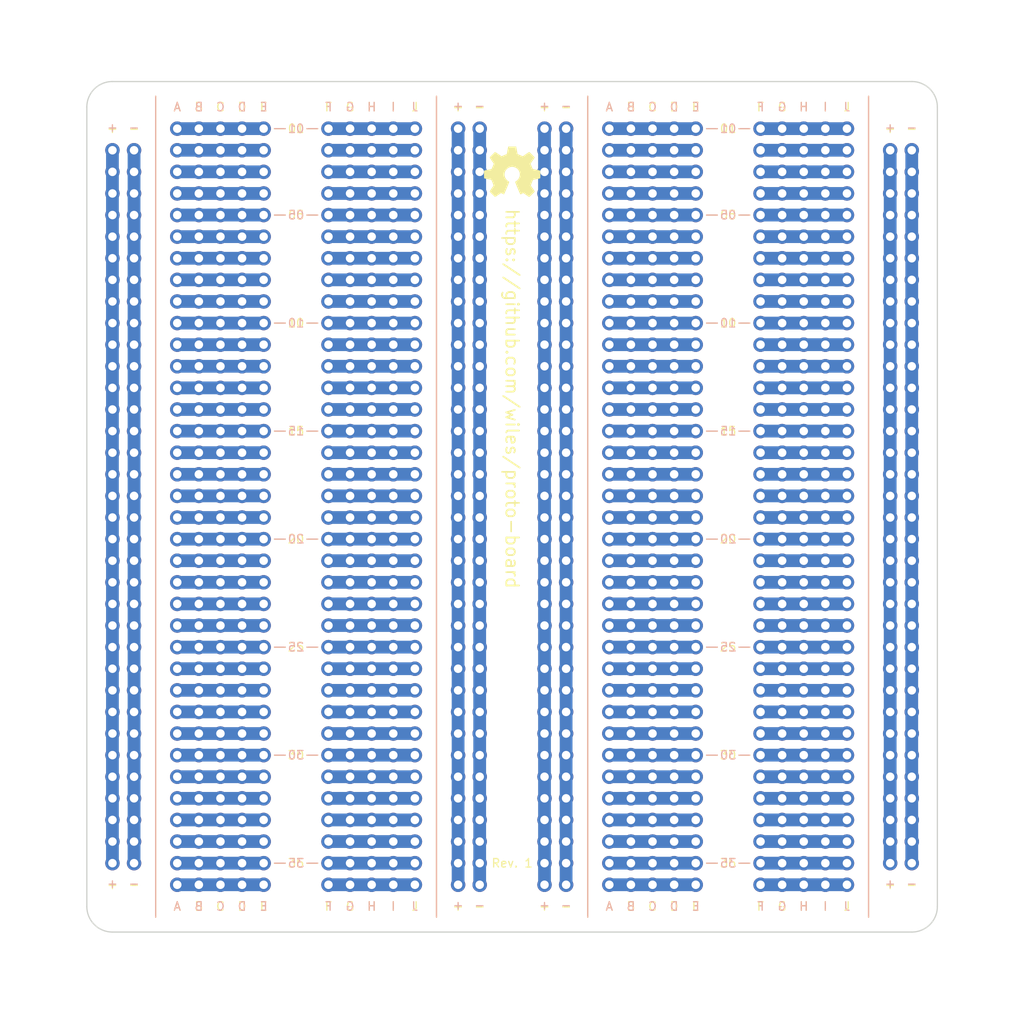
<source format=kicad_pcb>
(kicad_pcb (version 20221018) (generator pcbnew)
  (layers (0 "F.Cu" signal) (31 "B.Cu" signal) (34 "B.Paste" user) (35 "F.Paste" user) (36 "B.SilkS" user "B.Silkscreen") (37 "F.SilkS" user "F.Silkscreen") (38 "B.Mask" user) (39 "F.Mask" user) (44 "Edge.Cuts" user))
  (net 0 "")
  (footprint "Mounting_Holes:MountingHole_3.2mm_M3" (layer "F.Cu") (at 151.14 157.02)
    (fp_text reference "REF**" hide)
    (fp_text value "MountingHole_3.2mm_M3")
  )
  (footprint "Mounting_Holes:MountingHole_3.2mm_M3" (layer "F.Cu") (at 57.14 157.02)
    (fp_text reference "REF**" hide)
    (fp_text value "MountingHole_3.2mm_M3")
  )
  (footprint "Mounting_Holes:MountingHole_3.2mm_M3" (layer "F.Cu") (at 151.14 63.02)
    (fp_text reference "REF**" hide)
    (fp_text value "MountingHole_3.2mm_M3")
  )
  (footprint "Pin_Headers:Pin_Header_Straight_1x05_Pitch2.54mm" (layer "F.Cu") (at 64.77 83.34 90)
    (fp_text reference "")
    (fp_text value "Pin_Header_Straight_1x05_Pitch2.54mm")
  )
  (footprint "Pin_Headers:Pin_Header_Straight_1x05_Pitch2.54mm" (layer "F.Cu") (at 82.55 83.34 90)
    (fp_text reference "")
    (fp_text value "Pin_Header_Straight_1x05_Pitch2.54mm")
  )
  (footprint "Pin_Headers:Pin_Header_Straight_1x05_Pitch2.54mm" (layer "F.Cu") (at 82.55 85.88 90)
    (fp_text reference "")
    (fp_text value "Pin_Header_Straight_1x05_Pitch2.54mm")
  )
  (footprint "Pin_Headers:Pin_Header_Straight_1x05_Pitch2.54mm" (layer "F.Cu") (at 64.77 85.88 90)
    (fp_text reference "")
    (fp_text value "Pin_Header_Straight_1x05_Pitch2.54mm")
  )
  (footprint "Pin_Headers:Pin_Header_Straight_1x05_Pitch2.54mm" (layer "F.Cu") (at 64.77 90.96 90)
    (fp_text reference "")
    (fp_text value "Pin_Header_Straight_1x05_Pitch2.54mm")
  )
  (footprint "Pin_Headers:Pin_Header_Straight_1x05_Pitch2.54mm" (layer "F.Cu") (at 82.55 90.96 90)
    (fp_text reference "")
    (fp_text value "Pin_Header_Straight_1x05_Pitch2.54mm")
  )
  (footprint "Pin_Headers:Pin_Header_Straight_1x05_Pitch2.54mm" (layer "F.Cu") (at 82.55 88.42 90)
    (fp_text reference "")
    (fp_text value "Pin_Header_Straight_1x05_Pitch2.54mm")
  )
  (footprint "Pin_Headers:Pin_Header_Straight_1x05_Pitch2.54mm" (layer "F.Cu") (at 64.77 88.42 90)
    (fp_text reference "")
    (fp_text value "Pin_Header_Straight_1x05_Pitch2.54mm")
  )
  (footprint "Pin_Headers:Pin_Header_Straight_1x05_Pitch2.54mm" (layer "F.Cu") (at 64.77 98.58 90)
    (fp_text reference "")
    (fp_text value "Pin_Header_Straight_1x05_Pitch2.54mm")
  )
  (footprint "Pin_Headers:Pin_Header_Straight_1x05_Pitch2.54mm" (layer "F.Cu") (at 82.55 98.58 90)
    (fp_text reference "")
    (fp_text value "Pin_Header_Straight_1x05_Pitch2.54mm")
  )
  (footprint "Pin_Headers:Pin_Header_Straight_1x05_Pitch2.54mm" (layer "F.Cu") (at 82.55 101.12 90)
    (fp_text reference "")
    (fp_text value "Pin_Header_Straight_1x05_Pitch2.54mm")
  )
  (footprint "Pin_Headers:Pin_Header_Straight_1x05_Pitch2.54mm" (layer "F.Cu") (at 64.77 101.12 90)
    (fp_text reference "")
    (fp_text value "Pin_Header_Straight_1x05_Pitch2.54mm")
  )
  (footprint "Pin_Headers:Pin_Header_Straight_1x05_Pitch2.54mm" (layer "F.Cu") (at 64.77 96.04 90)
    (fp_text reference "")
    (fp_text value "Pin_Header_Straight_1x05_Pitch2.54mm")
  )
  (footprint "Pin_Headers:Pin_Header_Straight_1x05_Pitch2.54mm" (layer "F.Cu") (at 82.55 96.04 90)
    (fp_text reference "")
    (fp_text value "Pin_Header_Straight_1x05_Pitch2.54mm")
  )
  (footprint "Pin_Headers:Pin_Header_Straight_1x05_Pitch2.54mm" (layer "F.Cu") (at 82.55 93.5 90)
    (fp_text reference "")
    (fp_text value "Pin_Header_Straight_1x05_Pitch2.54mm")
  )
  (footprint "Pin_Headers:Pin_Header_Straight_1x05_Pitch2.54mm" (layer "F.Cu") (at 64.77 93.5 90)
    (fp_text reference "")
    (fp_text value "Pin_Header_Straight_1x05_Pitch2.54mm")
  )
  (footprint "Pin_Headers:Pin_Header_Straight_1x05_Pitch2.54mm" (layer "F.Cu") (at 64.77 113.82 90)
    (fp_text reference "")
    (fp_text value "Pin_Header_Straight_1x05_Pitch2.54mm")
  )
  (footprint "Pin_Headers:Pin_Header_Straight_1x05_Pitch2.54mm" (layer "F.Cu") (at 82.55 113.82 90)
    (fp_text reference "")
    (fp_text value "Pin_Header_Straight_1x05_Pitch2.54mm")
  )
  (footprint "Pin_Headers:Pin_Header_Straight_1x05_Pitch2.54mm" (layer "F.Cu") (at 82.55 116.36 90)
    (fp_text reference "")
    (fp_text value "Pin_Header_Straight_1x05_Pitch2.54mm")
  )
  (footprint "Pin_Headers:Pin_Header_Straight_1x05_Pitch2.54mm" (layer "F.Cu") (at 64.77 116.36 90)
    (fp_text reference "")
    (fp_text value "Pin_Header_Straight_1x05_Pitch2.54mm")
  )
  (footprint "Pin_Headers:Pin_Header_Straight_1x05_Pitch2.54mm" (layer "F.Cu") (at 64.77 121.44 90)
    (fp_text reference "")
    (fp_text value "Pin_Header_Straight_1x05_Pitch2.54mm")
  )
  (footprint "Pin_Headers:Pin_Header_Straight_1x05_Pitch2.54mm" (layer "F.Cu") (at 82.55 121.44 90)
    (fp_text reference "")
    (fp_text value "Pin_Header_Straight_1x05_Pitch2.54mm")
  )
  (footprint "Pin_Headers:Pin_Header_Straight_1x05_Pitch2.54mm" (layer "F.Cu") (at 82.55 118.9 90)
    (fp_text reference "")
    (fp_text value "Pin_Header_Straight_1x05_Pitch2.54mm")
  )
  (footprint "Pin_Headers:Pin_Header_Straight_1x05_Pitch2.54mm" (layer "F.Cu") (at 64.77 118.9 90)
    (fp_text reference "")
    (fp_text value "Pin_Header_Straight_1x05_Pitch2.54mm")
  )
  (footprint "Pin_Headers:Pin_Header_Straight_1x05_Pitch2.54mm" (layer "F.Cu") (at 64.77 108.74 90)
    (fp_text reference "")
    (fp_text value "Pin_Header_Straight_1x05_Pitch2.54mm")
  )
  (footprint "Pin_Headers:Pin_Header_Straight_1x05_Pitch2.54mm" (layer "F.Cu") (at 82.55 108.74 90)
    (fp_text reference "")
    (fp_text value "Pin_Header_Straight_1x05_Pitch2.54mm")
  )
  (footprint "Pin_Headers:Pin_Header_Straight_1x05_Pitch2.54mm" (layer "F.Cu") (at 82.55 111.28 90)
    (fp_text reference "")
    (fp_text value "Pin_Header_Straight_1x05_Pitch2.54mm")
  )
  (footprint "Pin_Headers:Pin_Header_Straight_1x05_Pitch2.54mm" (layer "F.Cu") (at 64.77 111.28 90)
    (fp_text reference "")
    (fp_text value "Pin_Header_Straight_1x05_Pitch2.54mm")
  )
  (footprint "Pin_Headers:Pin_Header_Straight_1x05_Pitch2.54mm" (layer "F.Cu") (at 64.77 106.2 90)
    (fp_text reference "")
    (fp_text value "Pin_Header_Straight_1x05_Pitch2.54mm")
  )
  (footprint "Pin_Headers:Pin_Header_Straight_1x05_Pitch2.54mm" (layer "F.Cu") (at 82.55 106.2 90)
    (fp_text reference "")
    (fp_text value "Pin_Header_Straight_1x05_Pitch2.54mm")
  )
  (footprint "Pin_Headers:Pin_Header_Straight_1x05_Pitch2.54mm" (layer "F.Cu") (at 82.55 103.66 90)
    (fp_text reference "")
    (fp_text value "Pin_Header_Straight_1x05_Pitch2.54mm")
  )
  (footprint "Pin_Headers:Pin_Header_Straight_1x05_Pitch2.54mm" (layer "F.Cu") (at 64.77 103.66 90)
    (fp_text reference "")
    (fp_text value "Pin_Header_Straight_1x05_Pitch2.54mm")
  )
  (footprint "Pin_Headers:Pin_Header_Straight_1x05_Pitch2.54mm" (layer "F.Cu") (at 64.77 144.3 90)
    (fp_text reference "")
    (fp_text value "Pin_Header_Straight_1x05_Pitch2.54mm")
  )
  (footprint "Pin_Headers:Pin_Header_Straight_1x05_Pitch2.54mm" (layer "F.Cu") (at 82.55 144.3 90)
    (fp_text reference "")
    (fp_text value "Pin_Header_Straight_1x05_Pitch2.54mm")
  )
  (footprint "Pin_Headers:Pin_Header_Straight_1x05_Pitch2.54mm" (layer "F.Cu") (at 82.55 146.84 90)
    (fp_text reference "")
    (fp_text value "Pin_Header_Straight_1x05_Pitch2.54mm")
  )
  (footprint "Pin_Headers:Pin_Header_Straight_1x05_Pitch2.54mm" (layer "F.Cu") (at 64.77 146.84 90)
    (fp_text reference "")
    (fp_text value "Pin_Header_Straight_1x05_Pitch2.54mm")
  )
  (footprint "Pin_Headers:Pin_Header_Straight_1x05_Pitch2.54mm" (layer "F.Cu") (at 64.77 151.92 90)
    (fp_text reference "")
    (fp_text value "Pin_Header_Straight_1x05_Pitch2.54mm")
  )
  (footprint "Pin_Headers:Pin_Header_Straight_1x05_Pitch2.54mm" (layer "F.Cu") (at 82.55 151.92 90)
    (fp_text reference "")
    (fp_text value "Pin_Header_Straight_1x05_Pitch2.54mm")
  )
  (footprint "Pin_Headers:Pin_Header_Straight_1x05_Pitch2.54mm" (layer "F.Cu") (at 82.55 149.38 90)
    (fp_text reference "")
    (fp_text value "Pin_Header_Straight_1x05_Pitch2.54mm")
  )
  (footprint "Pin_Headers:Pin_Header_Straight_1x05_Pitch2.54mm" (layer "F.Cu") (at 64.77 149.38 90)
    (fp_text reference "")
    (fp_text value "Pin_Header_Straight_1x05_Pitch2.54mm")
  )
  (footprint "Pin_Headers:Pin_Header_Straight_1x05_Pitch2.54mm" (layer "F.Cu") (at 64.77 134.14 90)
    (fp_text reference "")
    (fp_text value "Pin_Header_Straight_1x05_Pitch2.54mm")
  )
  (footprint "Pin_Headers:Pin_Header_Straight_1x05_Pitch2.54mm" (layer "F.Cu") (at 82.55 134.14 90)
    (fp_text reference "")
    (fp_text value "Pin_Header_Straight_1x05_Pitch2.54mm")
  )
  (footprint "Pin_Headers:Pin_Header_Straight_1x05_Pitch2.54mm" (layer "F.Cu") (at 82.55 136.68 90)
    (fp_text reference "")
    (fp_text value "Pin_Header_Straight_1x05_Pitch2.54mm")
  )
  (footprint "Pin_Headers:Pin_Header_Straight_1x05_Pitch2.54mm" (layer "F.Cu") (at 64.77 136.68 90)
    (fp_text reference "")
    (fp_text value "Pin_Header_Straight_1x05_Pitch2.54mm")
  )
  (footprint "Pin_Headers:Pin_Header_Straight_1x05_Pitch2.54mm" (layer "F.Cu") (at 64.77 141.76 90)
    (fp_text reference "")
    (fp_text value "Pin_Header_Straight_1x05_Pitch2.54mm")
  )
  (footprint "Pin_Headers:Pin_Header_Straight_1x05_Pitch2.54mm" (layer "F.Cu") (at 82.55 141.76 90)
    (fp_text reference "")
    (fp_text value "Pin_Header_Straight_1x05_Pitch2.54mm")
  )
  (footprint "Pin_Headers:Pin_Header_Straight_1x05_Pitch2.54mm" (layer "F.Cu") (at 82.55 139.22 90)
    (fp_text reference "")
    (fp_text value "Pin_Header_Straight_1x05_Pitch2.54mm")
  )
  (footprint "Pin_Headers:Pin_Header_Straight_1x05_Pitch2.54mm" (layer "F.Cu") (at 64.77 139.22 90)
    (fp_text reference "")
    (fp_text value "Pin_Header_Straight_1x05_Pitch2.54mm")
  )
  (footprint "Pin_Headers:Pin_Header_Straight_1x05_Pitch2.54mm" (layer "F.Cu") (at 64.77 129.06 90)
    (fp_text reference "")
    (fp_text value "Pin_Header_Straight_1x05_Pitch2.54mm")
  )
  (footprint "Pin_Headers:Pin_Header_Straight_1x05_Pitch2.54mm" (layer "F.Cu") (at 82.55 129.06 90)
    (fp_text reference "")
    (fp_text value "Pin_Header_Straight_1x05_Pitch2.54mm")
  )
  (footprint "Pin_Headers:Pin_Header_Straight_1x05_Pitch2.54mm" (layer "F.Cu") (at 82.55 131.6 90)
    (fp_text reference "")
    (fp_text value "Pin_Header_Straight_1x05_Pitch2.54mm")
  )
  (footprint "Pin_Headers:Pin_Header_Straight_1x05_Pitch2.54mm" (layer "F.Cu") (at 64.77 131.6 90)
    (fp_text reference "")
    (fp_text value "Pin_Header_Straight_1x05_Pitch2.54mm")
  )
  (footprint "Pin_Headers:Pin_Header_Straight_1x05_Pitch2.54mm" (layer "F.Cu") (at 64.77 126.52 90)
    (fp_text reference "")
    (fp_text value "Pin_Header_Straight_1x05_Pitch2.54mm")
  )
  (footprint "Pin_Headers:Pin_Header_Straight_1x05_Pitch2.54mm" (layer "F.Cu") (at 82.55 126.52 90)
    (fp_text reference "")
    (fp_text value "Pin_Header_Straight_1x05_Pitch2.54mm")
  )
  (footprint "Pin_Headers:Pin_Header_Straight_1x05_Pitch2.54mm" (layer "F.Cu") (at 82.55 123.98 90)
    (fp_text reference "")
    (fp_text value "Pin_Header_Straight_1x05_Pitch2.54mm")
  )
  (footprint "Pin_Headers:Pin_Header_Straight_1x05_Pitch2.54mm" (layer "F.Cu") (at 64.77 123.98 90)
    (fp_text reference "")
    (fp_text value "Pin_Header_Straight_1x05_Pitch2.54mm")
  )
  (footprint "Symbol:OSHW-Symbol_6.7x6mm_SilkScreen" (layer "F.Cu") (at 104.14 70.64)
    (fp_text reference "REF**" hide)
    (fp_text value "OSHW-Symbol_6.7x6mm_SilkScreen" hide)
  )
  (footprint "Mounting_Holes:MountingHole_3.2mm_M3" (layer "F.Cu") (at 57.14 63.02)
    (fp_text reference "REF**" hide)
    (fp_text value "MountingHole_3.2mm_M3")
  )
  (footprint "Connector_PinHeader_2.54mm:PinHeader_1x36_P2.54mm_Vertical" (layer "F.Cu") (at 100.33 65.56)
    (fp_text reference "REF**" hide)
    (fp_text value "PinHeader_1x36_P2.54mm_Vertical")
  )
  (footprint "Connector_PinHeader_2.54mm:PinHeader_1x36_P2.54mm_Vertical" (layer "F.Cu") (at 107.95 65.56)
    (fp_text reference "REF**" hide)
    (fp_text value "PinHeader_1x36_P2.54mm_Vertical")
  )
  (footprint "Connector_PinHeader_2.54mm:PinHeader_1x36_P2.54mm_Vertical" (layer "F.Cu") (at 97.79 65.56)
    (fp_text reference "REF**" hide)
    (fp_text value "PinHeader_1x36_P2.54mm_Vertical")
  )
  (footprint "Connector_PinHeader_2.54mm:PinHeader_1x36_P2.54mm_Vertical" (layer "F.Cu") (at 110.49 65.56)
    (fp_text reference "REF**" hide)
    (fp_text value "PinHeader_1x36_P2.54mm_Vertical")
  )
  (footprint "Connector_PinHeader_2.54mm:PinHeader_1x34_P2.54mm_Vertical" (layer "F.Cu") (at 57.15 68.1)
    (fp_text reference "REF**" hide)
    (fp_text value "PinHeader_1x34_P2.54mm_Vertical")
  )
  (footprint "Pin_Headers:Pin_Header_Straight_1x05_Pitch2.54mm" (layer "F.Cu") (at 115.57 108.74 90)
    (fp_text reference "")
    (fp_text value "Pin_Header_Straight_1x05_Pitch2.54mm")
  )
  (footprint "Pin_Headers:Pin_Header_Straight_1x05_Pitch2.54mm" (layer "F.Cu") (at 115.57 118.9 90)
    (fp_text reference "")
    (fp_text value "Pin_Header_Straight_1x05_Pitch2.54mm")
  )
  (footprint "Pin_Headers:Pin_Header_Straight_1x05_Pitch2.54mm" (layer "F.Cu") (at 133.35 106.2 90)
    (fp_text reference "")
    (fp_text value "Pin_Header_Straight_1x05_Pitch2.54mm")
  )
  (footprint "Pin_Headers:Pin_Header_Straight_1x05_Pitch2.54mm" (layer "F.Cu") (at 115.57 106.2 90)
    (fp_text reference "")
    (fp_text value "Pin_Header_Straight_1x05_Pitch2.54mm")
  )
  (footprint "Pin_Headers:Pin_Header_Straight_1x05_Pitch2.54mm" (layer "F.Cu") (at 115.57 111.28 90)
    (fp_text reference "")
    (fp_text value "Pin_Header_Straight_1x05_Pitch2.54mm")
  )
  (footprint "Pin_Headers:Pin_Header_Straight_1x05_Pitch2.54mm" (layer "F.Cu") (at 133.35 111.28 90)
    (fp_text reference "")
    (fp_text value "Pin_Header_Straight_1x05_Pitch2.54mm")
  )
  (footprint "Pin_Headers:Pin_Header_Straight_1x05_Pitch2.54mm" (layer "F.Cu") (at 133.35 108.74 90)
    (fp_text reference "")
    (fp_text value "Pin_Header_Straight_1x05_Pitch2.54mm")
  )
  (footprint "Pin_Headers:Pin_Header_Straight_1x05_Pitch2.54mm" (layer "F.Cu") (at 115.57 154.46 90)
    (fp_text reference "")
    (fp_text value "Pin_Header_Straight_1x05_Pitch2.54mm")
  )
  (footprint "Pin_Headers:Pin_Header_Straight_1x05_Pitch2.54mm" (layer "F.Cu") (at 133.35 151.92 90)
    (fp_text reference "")
    (fp_text value "Pin_Header_Straight_1x05_Pitch2.54mm")
  )
  (footprint "Pin_Headers:Pin_Header_Straight_1x05_Pitch2.54mm" (layer "F.Cu") (at 115.57 151.92 90)
    (fp_text reference "")
    (fp_text value "Pin_Header_Straight_1x05_Pitch2.54mm")
  )
  (footprint "Pin_Headers:Pin_Header_Straight_1x05_Pitch2.54mm" (layer "F.Cu") (at 133.35 73.18 90)
    (fp_text reference "")
    (fp_text value "Pin_Header_Straight_1x05_Pitch2.54mm")
  )
  (footprint "Pin_Headers:Pin_Header_Straight_1x05_Pitch2.54mm" (layer "F.Cu") (at 133.35 78.26 90)
    (fp_text reference "")
    (fp_text value "Pin_Header_Straight_1x05_Pitch2.54mm")
  )
  (footprint "Pin_Headers:Pin_Header_Straight_1x05_Pitch2.54mm" (layer "F.Cu") (at 133.35 68.1 90)
    (fp_text reference "")
    (fp_text value "Pin_Header_Straight_1x05_Pitch2.54mm")
  )
  (footprint "Pin_Headers:Pin_Header_Straight_1x05_Pitch2.54mm" (layer "F.Cu") (at 115.57 70.64 90)
    (fp_text reference "")
    (fp_text value "Pin_Header_Straight_1x05_Pitch2.54mm")
  )
  (footprint "Pin_Headers:Pin_Header_Straight_1x05_Pitch2.54mm" (layer "F.Cu") (at 133.35 65.56 90)
    (fp_text reference "")
    (fp_text value "Pin_Header_Straight_1x05_Pitch2.54mm")
  )
  (footprint "Pin_Headers:Pin_Header_Straight_1x05_Pitch2.54mm" (layer "F.Cu") (at 133.35 70.64 90)
    (fp_text reference "")
    (fp_text value "Pin_Header_Straight_1x05_Pitch2.54mm")
  )
  (footprint "Pin_Headers:Pin_Header_Straight_1x05_Pitch2.54mm" (layer "F.Cu") (at 133.35 80.8 90)
    (fp_text reference "")
    (fp_text value "Pin_Header_Straight_1x05_Pitch2.54mm")
  )
  (footprint "Pin_Headers:Pin_Header_Straight_1x05_Pitch2.54mm" (layer "F.Cu") (at 115.57 75.72 90)
    (fp_text reference "")
    (fp_text value "Pin_Header_Straight_1x05_Pitch2.54mm")
  )
  (footprint "Pin_Headers:Pin_Header_Straight_1x05_Pitch2.54mm" (layer "F.Cu") (at 115.57 68.1 90)
    (fp_text reference "")
    (fp_text value "Pin_Header_Straight_1x05_Pitch2.54mm")
  )
  (footprint "Pin_Headers:Pin_Header_Straight_1x05_Pitch2.54mm" (layer "F.Cu") (at 133.35 136.68 90)
    (fp_text reference "")
    (fp_text value "Pin_Header_Straight_1x05_Pitch2.54mm")
  )
  (footprint "Pin_Headers:Pin_Header_Straight_1x05_Pitch2.54mm" (layer "F.Cu") (at 133.35 134.14 90)
    (fp_text reference "")
    (fp_text value "Pin_Header_Straight_1x05_Pitch2.54mm")
  )
  (footprint "Pin_Headers:Pin_Header_Straight_1x05_Pitch2.54mm" (layer "F.Cu") (at 133.35 129.06 90)
    (fp_text reference "")
    (fp_text value "Pin_Header_Straight_1x05_Pitch2.54mm")
  )
  (footprint "Pin_Headers:Pin_Header_Straight_1x05_Pitch2.54mm" (layer "F.Cu") (at 115.57 129.06 90)
    (fp_text reference "")
    (fp_text value "Pin_Header_Straight_1x05_Pitch2.54mm")
  )
  (footprint "Pin_Headers:Pin_Header_Straight_1x05_Pitch2.54mm" (layer "F.Cu") (at 115.57 141.76 90)
    (fp_text reference "")
    (fp_text value "Pin_Header_Straight_1x05_Pitch2.54mm")
  )
  (footprint "Pin_Headers:Pin_Header_Straight_1x05_Pitch2.54mm" (layer "F.Cu") (at 115.57 136.68 90)
    (fp_text reference "")
    (fp_text value "Pin_Header_Straight_1x05_Pitch2.54mm")
  )
  (footprint "Pin_Headers:Pin_Header_Straight_1x05_Pitch2.54mm" (layer "F.Cu") (at 133.35 93.5 90)
    (fp_text reference "")
    (fp_text value "Pin_Header_Straight_1x05_Pitch2.54mm")
  )
  (footprint "Pin_Headers:Pin_Header_Straight_1x05_Pitch2.54mm" (layer "F.Cu") (at 133.35 96.04 90)
    (fp_text reference "")
    (fp_text value "Pin_Header_Straight_1x05_Pitch2.54mm")
  )
  (footprint "Pin_Headers:Pin_Header_Straight_1x05_Pitch2.54mm" (layer "F.Cu") (at 115.57 83.34 90)
    (fp_text reference "")
    (fp_text value "Pin_Header_Straight_1x05_Pitch2.54mm")
  )
  (footprint "Pin_Headers:Pin_Header_Straight_1x05_Pitch2.54mm" (layer "F.Cu") (at 133.35 85.88 90)
    (fp_text reference "")
    (fp_text value "Pin_Header_Straight_1x05_Pitch2.54mm")
  )
  (footprint "Pin_Headers:Pin_Header_Straight_1x05_Pitch2.54mm" (layer "F.Cu") (at 133.35 83.34 90)
    (fp_text reference "")
    (fp_text value "Pin_Header_Straight_1x05_Pitch2.54mm")
  )
  (footprint "Pin_Headers:Pin_Header_Straight_1x05_Pitch2.54mm" (layer "F.Cu") (at 115.57 90.96 90)
    (fp_text reference "")
    (fp_text value "Pin_Header_Straight_1x05_Pitch2.54mm")
  )
  (footprint "Pin_Headers:Pin_Header_Straight_1x05_Pitch2.54mm" (layer "F.Cu") (at 115.57 73.18 90)
    (fp_text reference "")
    (fp_text value "Pin_Header_Straight_1x05_Pitch2.54mm")
  )
  (footprint "Pin_Headers:Pin_Header_Straight_1x05_Pitch2.54mm" (layer "F.Cu") (at 133.35 75.72 90)
    (fp_text reference "")
    (fp_text value "Pin_Header_Straight_1x05_Pitch2.54mm")
  )
  (footprint "Pin_Headers:Pin_Header_Straight_1x05_Pitch2.54mm" (layer "F.Cu") (at 115.57 96.04 90)
    (fp_text reference "")
    (fp_text value "Pin_Header_Straight_1x05_Pitch2.54mm")
  )
  (footprint "Pin_Headers:Pin_Header_Straight_1x05_Pitch2.54mm" (layer "F.Cu") (at 115.57 101.12 90)
    (fp_text reference "")
    (fp_text value "Pin_Header_Straight_1x05_Pitch2.54mm")
  )
  (footprint "Pin_Headers:Pin_Header_Straight_1x05_Pitch2.54mm" (layer "F.Cu") (at 133.35 101.12 90)
    (fp_text reference "")
    (fp_text value "Pin_Header_Straight_1x05_Pitch2.54mm")
  )
  (footprint "Pin_Headers:Pin_Header_Straight_1x05_Pitch2.54mm" (layer "F.Cu") (at 115.57 123.98 90)
    (fp_text reference "")
    (fp_text value "Pin_Header_Straight_1x05_Pitch2.54mm")
  )
  (footprint "Pin_Headers:Pin_Header_Straight_1x05_Pitch2.54mm" (layer "F.Cu") (at 133.35 123.98 90)
    (fp_text reference "")
    (fp_text value "Pin_Header_Straight_1x05_Pitch2.54mm")
  )
  (footprint "Pin_Headers:Pin_Header_Straight_1x05_Pitch2.54mm" (layer "F.Cu") (at 115.57 65.56 90)
    (fp_text reference "")
    (fp_text value "Pin_Header_Straight_1x05_Pitch2.54mm")
  )
  (footprint "Pin_Headers:Pin_Header_Straight_1x05_Pitch2.54mm" (layer "F.Cu") (at 133.35 154.46 90)
    (fp_text reference "")
    (fp_text value "Pin_Header_Straight_1x05_Pitch2.54mm")
  )
  (footprint "Pin_Headers:Pin_Header_Straight_1x05_Pitch2.54mm" (layer "F.Cu") (at 115.57 139.22 90)
    (fp_text reference "")
    (fp_text value "Pin_Header_Straight_1x05_Pitch2.54mm")
  )
  (footprint "Pin_Headers:Pin_Header_Straight_1x05_Pitch2.54mm" (layer "F.Cu") (at 133.35 139.22 90)
    (fp_text reference "")
    (fp_text value "Pin_Header_Straight_1x05_Pitch2.54mm")
  )
  (footprint "Pin_Headers:Pin_Header_Straight_1x05_Pitch2.54mm" (layer "F.Cu") (at 133.35 141.76 90)
    (fp_text reference "")
    (fp_text value "Pin_Header_Straight_1x05_Pitch2.54mm")
  )
  (footprint "Pin_Headers:Pin_Header_Straight_1x05_Pitch2.54mm" (layer "F.Cu") (at 133.35 118.9 90)
    (fp_text reference "")
    (fp_text value "Pin_Header_Straight_1x05_Pitch2.54mm")
  )
  (footprint "Pin_Headers:Pin_Header_Straight_1x05_Pitch2.54mm" (layer "F.Cu") (at 133.35 121.44 90)
    (fp_text reference "")
    (fp_text value "Pin_Header_Straight_1x05_Pitch2.54mm")
  )
  (footprint "Pin_Headers:Pin_Header_Straight_1x05_Pitch2.54mm" (layer "F.Cu") (at 115.57 121.44 90)
    (fp_text reference "")
    (fp_text value "Pin_Header_Straight_1x05_Pitch2.54mm")
  )
  (footprint "Pin_Headers:Pin_Header_Straight_1x05_Pitch2.54mm" (layer "F.Cu") (at 115.57 134.14 90)
    (fp_text reference "")
    (fp_text value "Pin_Header_Straight_1x05_Pitch2.54mm")
  )
  (footprint "Pin_Headers:Pin_Header_Straight_1x05_Pitch2.54mm" (layer "F.Cu") (at 115.57 149.38 90)
    (fp_text reference "")
    (fp_text value "Pin_Header_Straight_1x05_Pitch2.54mm")
  )
  (footprint "Pin_Headers:Pin_Header_Straight_1x05_Pitch2.54mm" (layer "F.Cu") (at 115.57 88.42 90)
    (fp_text reference "")
    (fp_text value "Pin_Header_Straight_1x05_Pitch2.54mm")
  )
  (footprint "Pin_Headers:Pin_Header_Straight_1x05_Pitch2.54mm" (layer "F.Cu") (at 133.35 88.42 90)
    (fp_text reference "")
    (fp_text value "Pin_Header_Straight_1x05_Pitch2.54mm")
  )
  (footprint "Pin_Headers:Pin_Header_Straight_1x05_Pitch2.54mm" (layer "F.Cu") (at 133.35 90.96 90)
    (fp_text reference "")
    (fp_text value "Pin_Header_Straight_1x05_Pitch2.54mm")
  )
  (footprint "Pin_Headers:Pin_Header_Straight_1x05_Pitch2.54mm" (layer "F.Cu") (at 133.35 113.82 90)
    (fp_text reference "")
    (fp_text value "Pin_Header_Straight_1x05_Pitch2.54mm")
  )
  (footprint "Pin_Headers:Pin_Header_Straight_1x05_Pitch2.54mm" (layer "F.Cu") (at 115.57 113.82 90)
    (fp_text reference "")
    (fp_text value "Pin_Header_Straight_1x05_Pitch2.54mm")
  )
  (footprint "Pin_Headers:Pin_Header_Straight_1x05_Pitch2.54mm" (layer "F.Cu") (at 115.57 93.5 90)
    (fp_text reference "")
    (fp_text value "Pin_Header_Straight_1x05_Pitch2.54mm")
  )
  (footprint "Pin_Headers:Pin_Header_Straight_1x05_Pitch2.54mm" (layer "F.Cu") (at 115.57 116.36 90)
    (fp_text reference "")
    (fp_text value "Pin_Header_Straight_1x05_Pitch2.54mm")
  )
  (footprint "Pin_Headers:Pin_Header_Straight_1x05_Pitch2.54mm" (layer "F.Cu") (at 133.35 116.36 90)
    (fp_text reference "")
    (fp_text value "Pin_Header_Straight_1x05_Pitch2.54mm")
  )
  (footprint "Pin_Headers:Pin_Header_Straight_1x05_Pitch2.54mm" (layer "F.Cu") (at 133.35 149.38 90)
    (fp_text reference "")
    (fp_text value "Pin_Header_Straight_1x05_Pitch2.54mm")
  )
  (footprint "Pin_Headers:Pin_Header_Straight_1x05_Pitch2.54mm" (layer "F.Cu") (at 115.57 146.84 90)
    (fp_text reference "")
    (fp_text value "Pin_Header_Straight_1x05_Pitch2.54mm")
  )
  (footprint "Pin_Headers:Pin_Header_Straight_1x05_Pitch2.54mm" (layer "F.Cu") (at 133.35 146.84 90)
    (fp_text reference "")
    (fp_text value "Pin_Header_Straight_1x05_Pitch2.54mm")
  )
  (footprint "Pin_Headers:Pin_Header_Straight_1x05_Pitch2.54mm" (layer "F.Cu") (at 133.35 98.58 90)
    (fp_text reference "")
    (fp_text value "Pin_Header_Straight_1x05_Pitch2.54mm")
  )
  (footprint "Pin_Headers:Pin_Header_Straight_1x05_Pitch2.54mm" (layer "F.Cu") (at 115.57 98.58 90)
    (fp_text reference "")
    (fp_text value "Pin_Header_Straight_1x05_Pitch2.54mm")
  )
  (footprint "Pin_Headers:Pin_Header_Straight_1x05_Pitch2.54mm" (layer "F.Cu") (at 133.35 126.52 90)
    (fp_text reference "")
    (fp_text value "Pin_Header_Straight_1x05_Pitch2.54mm")
  )
  (footprint "Pin_Headers:Pin_Header_Straight_1x05_Pitch2.54mm" (layer "F.Cu") (at 115.57 126.52 90)
    (fp_text reference "")
    (fp_text value "Pin_Header_Straight_1x05_Pitch2.54mm")
  )
  (footprint "Pin_Headers:Pin_Header_Straight_1x05_Pitch2.54mm" (layer "F.Cu") (at 115.57 103.66 90)
    (fp_text reference "")
    (fp_text value "Pin_Header_Straight_1x05_Pitch2.54mm")
  )
  (footprint "Pin_Headers:Pin_Header_Straight_1x05_Pitch2.54mm" (layer "F.Cu") (at 133.35 103.66 90)
    (fp_text reference "")
    (fp_text value "Pin_Header_Straight_1x05_Pitch2.54mm")
  )
  (footprint "Pin_Headers:Pin_Header_Straight_1x05_Pitch2.54mm" (layer "F.Cu") (at 115.57 131.6 90)
    (fp_text reference "")
    (fp_text value "Pin_Header_Straight_1x05_Pitch2.54mm")
  )
  (footprint "Pin_Headers:Pin_Header_Straight_1x05_Pitch2.54mm" (layer "F.Cu") (at 133.35 131.6 90)
    (fp_text reference "")
    (fp_text value "Pin_Header_Straight_1x05_Pitch2.54mm")
  )
  (footprint "Pin_Headers:Pin_Header_Straight_1x05_Pitch2.54mm" (layer "F.Cu") (at 115.57 85.88 90)
    (fp_text reference "")
    (fp_text value "Pin_Header_Straight_1x05_Pitch2.54mm")
  )
  (footprint "Pin_Headers:Pin_Header_Straight_1x05_Pitch2.54mm" (layer "F.Cu") (at 115.57 78.26 90)
    (fp_text reference "")
    (fp_text value "Pin_Header_Straight_1x05_Pitch2.54mm")
  )
  (footprint "Pin_Headers:Pin_Header_Straight_1x05_Pitch2.54mm" (layer "F.Cu") (at 133.35 144.3 90)
    (fp_text reference "")
    (fp_text value "Pin_Header_Straight_1x05_Pitch2.54mm")
  )
  (footprint "Pin_Headers:Pin_Header_Straight_1x05_Pitch2.54mm" (layer "F.Cu") (at 115.57 144.3 90)
    (fp_text reference "")
    (fp_text value "Pin_Header_Straight_1x05_Pitch2.54mm")
  )
  (footprint "Pin_Headers:Pin_Header_Straight_1x05_Pitch2.54mm" (layer "F.Cu") (at 115.57 80.8 90)
    (fp_text reference "")
    (fp_text value "Pin_Header_Straight_1x05_Pitch2.54mm")
  )
  (footprint "Connector_PinHeader_2.54mm:PinHeader_1x34_P2.54mm_Vertical" (layer "F.Cu") (at 59.69 68.1)
    (fp_text reference "REF**" hide)
    (fp_text value "PinHeader_1x34_P2.54mm_Vertical")
  )
  (footprint "Pin_Headers:Pin_Header_Straight_1x05_Pitch2.54mm" (layer "F.Cu") (at 64.77 154.46 90)
    (fp_text reference "")
    (fp_text value "Pin_Header_Straight_1x05_Pitch2.54mm")
  )
  (footprint "Pin_Headers:Pin_Header_Straight_1x05_Pitch2.54mm" (layer "F.Cu") (at 82.55 154.46 90)
    (fp_text reference "")
    (fp_text value "Pin_Header_Straight_1x05_Pitch2.54mm")
  )
  (footprint "Pin_Headers:Pin_Header_Straight_1x05_Pitch2.54mm" (layer "F.Cu") (at 64.77 65.56 90)
    (fp_text reference "")
    (fp_text value "Pin_Header_Straight_1x05_Pitch2.54mm")
  )
  (footprint "Pin_Headers:Pin_Header_Straight_1x05_Pitch2.54mm" (layer "F.Cu") (at 82.55 75.72 90)
    (fp_text reference "")
    (fp_text value "Pin_Header_Straight_1x05_Pitch2.54mm")
  )
  (footprint "Pin_Headers:Pin_Header_Straight_1x05_Pitch2.54mm" (layer "F.Cu") (at 82.55 78.26 90)
    (fp_text reference "")
    (fp_text value "Pin_Header_Straight_1x05_Pitch2.54mm")
  )
  (footprint "Pin_Headers:Pin_Header_Straight_1x05_Pitch2.54mm" (layer "F.Cu") (at 82.55 73.18 90)
    (fp_text reference "")
    (fp_text value "Pin_Header_Straight_1x05_Pitch2.54mm")
  )
  (footprint "Pin_Headers:Pin_Header_Straight_1x05_Pitch2.54mm" (layer "F.Cu") (at 64.77 75.72 90)
    (fp_text reference "")
    (fp_text value "Pin_Header_Straight_1x05_Pitch2.54mm")
  )
  (footprint "Pin_Headers:Pin_Header_Straight_1x05_Pitch2.54mm" (layer "F.Cu") (at 64.77 70.64 90)
    (fp_text reference "")
    (fp_text value "Pin_Header_Straight_1x05_Pitch2.54mm")
  )
  (footprint "Pin_Headers:Pin_Header_Straight_1x05_Pitch2.54mm" (layer "F.Cu") (at 82.55 68.1 90)
    (fp_text reference "")
    (fp_text value "Pin_Header_Straight_1x05_Pitch2.54mm")
  )
  (footprint "Pin_Headers:Pin_Header_Straight_1x05_Pitch2.54mm" (layer "F.Cu") (at 64.77 80.8 90)
    (fp_text reference "")
    (fp_text value "Pin_Header_Straight_1x05_Pitch2.54mm")
  )
  (footprint "Pin_Headers:Pin_Header_Straight_1x05_Pitch2.54mm" (layer "F.Cu") (at 82.55 80.8 90)
    (fp_text reference "")
    (fp_text value "Pin_Header_Straight_1x05_Pitch2.54mm")
  )
  (footprint "Pin_Headers:Pin_Header_Straight_1x05_Pitch2.54mm" (layer "F.Cu") (at 82.55 70.64 90)
    (fp_text reference "")
    (fp_text value "Pin_Header_Straight_1x05_Pitch2.54mm")
  )
  (footprint "Pin_Headers:Pin_Header_Straight_1x05_Pitch2.54mm" (layer "F.Cu") (at 64.77 73.18 90)
    (fp_text reference "")
    (fp_text value "Pin_Header_Straight_1x05_Pitch2.54mm")
  )
  (footprint "Pin_Headers:Pin_Header_Straight_1x05_Pitch2.54mm" (layer "F.Cu") (at 82.55 65.56 90)
    (fp_text reference "")
    (fp_text value "Pin_Header_Straight_1x05_Pitch2.54mm")
  )
  (footprint "Pin_Headers:Pin_Header_Straight_1x05_Pitch2.54mm" (layer "F.Cu") (at 64.77 68.1 90)
    (fp_text reference "")
    (fp_text value "Pin_Header_Straight_1x05_Pitch2.54mm")
  )
  (footprint "Pin_Headers:Pin_Header_Straight_1x05_Pitch2.54mm" (layer "F.Cu") (at 64.77 78.26 90)
    (fp_text reference "")
    (fp_text value "Pin_Header_Straight_1x05_Pitch2.54mm")
  )
  (footprint "Connector_PinHeader_2.54mm:PinHeader_1x34_P2.54mm_Vertical" (layer "F.Cu") (at 148.59 68.1)
    (fp_text reference "REF**" hide)
    (fp_text value "PinHeader_1x34_P2.54mm_Vertical")
  )
  (footprint "Connector_PinHeader_2.54mm:PinHeader_1x34_P2.54mm_Vertical" (layer "F.Cu") (at 151.13 68.1)
    (fp_text reference "REF**" hide)
    (fp_text value "PinHeader_1x34_P2.54mm_Vertical")
  )
  (footprint "Mounting_Holes:MountingHole_3.2mm_M3" (layer "F.Cu") (at 104.14 157)
    (fp_text reference "REF**" hide)
    (fp_text value "MountingHole_3.2mm_M3")
  )
  (footprint "Mounting_Holes:MountingHole_3.2mm_M3" (layer "F.Cu") (at 104.14 63.02)
    (fp_text reference "REF**" hide)
    (fp_text value "MountingHole_3.2mm_M3")
  )
  (gr_line (start 127 113.82) (end 128.27 113.82) (stroke (width 0.15)) (layer "B.SilkS"))
  (gr_line (start 130.81 113.82) (end 132.08 113.82) (stroke (width 0.15)) (layer "B.SilkS"))
  (gr_line (start 127 151.92) (end 128.27 151.92) (stroke (width 0.15)) (layer "B.SilkS"))
  (gr_line (start 130.81 88.42) (end 132.08 88.42) (stroke (width 0.15)) (layer "B.SilkS"))
  (gr_line (start 127 88.42) (end 128.27 88.42) (stroke (width 0.15)) (layer "B.SilkS"))
  (gr_line (start 80.01 88.42) (end 81.28 88.42) (stroke (width 0.15)) (layer "B.SilkS"))
  (gr_line (start 130.81 126.52) (end 132.08 126.52) (stroke (width 0.15)) (layer "B.SilkS"))
  (gr_line (start 130.81 151.92) (end 132.08 151.92) (stroke (width 0.15)) (layer "B.SilkS"))
  (gr_line (start 127 126.52) (end 128.27 126.52) (stroke (width 0.15)) (layer "B.SilkS"))
  (gr_line (start 130.81 65.56) (end 132.08 65.56) (stroke (width 0.15)) (layer "B.SilkS"))
  (gr_line (start 127 139.22) (end 128.27 139.22) (stroke (width 0.15)) (layer "B.SilkS"))
  (gr_line (start 130.81 139.22) (end 132.08 139.22) (stroke (width 0.15)) (layer "B.SilkS"))
  (gr_line (start 127 75.72) (end 128.27 75.72) (stroke (width 0.15)) (layer "B.SilkS"))
  (gr_line (start 127 101.12) (end 128.27 101.12) (stroke (width 0.15)) (layer "B.SilkS"))
  (gr_line (start 62.23 61.75) (end 62.23 158.27) (stroke (width 0.15)) (layer "B.SilkS"))
  (gr_line (start 95.25 61.75) (end 95.25 158.27) (stroke (width 0.15)) (layer "B.SilkS"))
  (gr_line (start 130.81 101.12) (end 132.08 101.12) (stroke (width 0.15)) (layer "B.SilkS"))
  (gr_line (start 80.01 151.92) (end 81.28 151.92) (stroke (width 0.15)) (layer "B.SilkS"))
  (gr_line (start 76.2 88.42) (end 77.47 88.42) (stroke (width 0.15)) (layer "B.SilkS"))
  (gr_line (start 80.01 139.22) (end 81.28 139.22) (stroke (width 0.15)) (layer "B.SilkS"))
  (gr_line (start 113.03 158.27) (end 113.03 61.75) (stroke (width 0.15)) (layer "B.SilkS"))
  (gr_line (start 80.01 65.56) (end 81.28 65.56) (stroke (width 0.15)) (layer "B.SilkS"))
  (gr_line (start 76.2 113.82) (end 77.47 113.82) (stroke (width 0.15)) (layer "B.SilkS"))
  (gr_line (start 127 65.56) (end 128.27 65.56) (stroke (width 0.15)) (layer "B.SilkS"))
  (gr_line (start 76.2 139.22) (end 77.47 139.22) (stroke (width 0.15)) (layer "B.SilkS"))
  (gr_line (start 76.2 75.72) (end 77.47 75.72) (stroke (width 0.15)) (layer "B.SilkS"))
  (gr_line (start 80.01 75.72) (end 81.28 75.72) (stroke (width 0.15)) (layer "B.SilkS"))
  (gr_line (start 80.01 101.12) (end 81.28 101.12) (stroke (width 0.15)) (layer "B.SilkS"))
  (gr_line (start 80.01 126.52) (end 81.28 126.52) (stroke (width 0.15)) (layer "B.SilkS"))
  (gr_line (start 76.2 151.92) (end 77.47 151.92) (stroke (width 0.15)) (layer "B.SilkS"))
  (gr_line (start 80.01 113.82) (end 81.28 113.82) (stroke (width 0.15)) (layer "B.SilkS"))
  (gr_line (start 76.2 101.12) (end 77.47 101.12) (stroke (width 0.15)) (layer "B.SilkS"))
  (gr_line (start 76.2 126.52) (end 77.47 126.52) (stroke (width 0.15)) (layer "B.SilkS"))
  (gr_line (start 76.2 65.56) (end 77.47 65.56) (stroke (width 0.15)) (layer "B.SilkS"))
  (gr_line (start 146.05 158.27) (end 146.05 61.75) (stroke (width 0.15)) (layer "B.SilkS"))
  (gr_line (start 130.81 75.72) (end 132.08 75.72) (stroke (width 0.15)) (layer "B.SilkS"))
  (gr_line (start 77.47 75.72) (end 76.2 75.72) (stroke (width 0.15)) (layer "F.SilkS"))
  (gr_line (start 81.28 75.72) (end 80.01 75.72) (stroke (width 0.15)) (layer "F.SilkS"))
  (gr_line (start 81.28 88.42) (end 80.01 88.42) (stroke (width 0.15)) (layer "F.SilkS"))
  (gr_line (start 77.47 88.42) (end 76.2 88.42) (stroke (width 0.15)) (layer "F.SilkS"))
  (gr_line (start 77.47 101.12) (end 76.2 101.12) (stroke (width 0.15)) (layer "F.SilkS"))
  (gr_line (start 81.28 101.12) (end 80.01 101.12) (stroke (width 0.15)) (layer "F.SilkS"))
  (gr_line (start 77.47 113.82) (end 76.2 113.82) (stroke (width 0.15)) (layer "F.SilkS"))
  (gr_line (start 81.28 113.82) (end 80.01 113.82) (stroke (width 0.15)) (layer "F.SilkS"))
  (gr_line (start 81.28 126.52) (end 80.01 126.52) (stroke (width 0.15)) (layer "F.SilkS"))
  (gr_line (start 77.47 126.52) (end 76.2 126.52) (stroke (width 0.15)) (layer "F.SilkS"))
  (gr_line (start 77.47 139.22) (end 76.2 139.22) (stroke (width 0.15)) (layer "F.SilkS"))
  (gr_line (start 81.28 139.22) (end 80.01 139.22) (stroke (width 0.15)) (layer "F.SilkS"))
  (gr_line (start 77.47 151.92) (end 76.2 151.92) (stroke (width 0.15)) (layer "F.SilkS"))
  (gr_line (start 81.28 151.92) (end 80.01 151.92) (stroke (width 0.15)) (layer "F.SilkS"))
  (gr_line (start 128.27 88.42) (end 127 88.42) (stroke (width 0.15)) (layer "F.SilkS"))
  (gr_line (start 128.27 151.92) (end 127 151.92) (stroke (width 0.15)) (layer "F.SilkS"))
  (gr_line (start 132.08 88.42) (end 130.81 88.42) (stroke (width 0.15)) (layer "F.SilkS"))
  (gr_line (start 128.27 139.22) (end 127 139.22) (stroke (width 0.15)) (layer "F.SilkS"))
  (gr_line (start 128.27 65.56) (end 127 65.56) (stroke (width 0.15)) (layer "F.SilkS"))
  (gr_line (start 132.08 113.82) (end 130.81 113.82) (stroke (width 0.15)) (layer "F.SilkS"))
  (gr_line (start 132.08 139.22) (end 130.81 139.22) (stroke (width 0.15)) (layer "F.SilkS"))
  (gr_line (start 132.08 75.72) (end 130.81 75.72) (stroke (width 0.15)) (layer "F.SilkS"))
  (gr_line (start 128.27 75.72) (end 127 75.72) (stroke (width 0.15)) (layer "F.SilkS"))
  (gr_line (start 128.27 101.12) (end 127 101.12) (stroke (width 0.15)) (layer "F.SilkS"))
  (gr_line (start 128.27 126.52) (end 127 126.52) (stroke (width 0.15)) (layer "F.SilkS"))
  (gr_line (start 132.08 151.92) (end 130.81 151.92) (stroke (width 0.15)) (layer "F.SilkS"))
  (gr_line (start 128.27 113.82) (end 127 113.82) (stroke (width 0.15)) (layer "F.SilkS"))
  (gr_line (start 132.08 101.12) (end 130.81 101.12) (stroke (width 0.15)) (layer "F.SilkS"))
  (gr_line (start 132.08 126.52) (end 130.81 126.52) (stroke (width 0.15)) (layer "F.SilkS"))
  (gr_line (start 132.08 65.56) (end 130.81 65.56) (stroke (width 0.15)) (layer "F.SilkS"))
  (gr_line (start 62.23 158.27) (end 62.23 61.75) (stroke (width 0.15)) (layer "F.SilkS"))
  (gr_line (start 81.28 65.56) (end 80.01 65.56) (stroke (width 0.15)) (layer "F.SilkS"))
  (gr_line (start 146.05 61.75) (end 146.05 158.27) (stroke (width 0.15)) (layer "F.SilkS"))
  (gr_line (start 95.25 158.27) (end 95.25 61.75) (stroke (width 0.15)) (layer "F.SilkS"))
  (gr_line (start 77.47 65.56) (end 76.2 65.56) (stroke (width 0.15)) (layer "F.SilkS"))
  (gr_line (start 113.03 61.75) (end 113.03 158.27) (stroke (width 0.15)) (layer "F.SilkS"))
  (gr_line (start 151.14 60.02) (end 57.14 60.02) (stroke (width 0.15)) (layer "Edge.Cuts"))
  (gr_line (start 154.14 157.02) (end 154.14 63.02) (stroke (width 0.15)) (layer "Edge.Cuts"))
  (gr_arc (start 151.14 60.02) (mid 153.26132 60.89868) (end 154.14 63.02) (stroke (width 0.15)) (layer "Edge.Cuts"))
  (gr_line (start 54.14 63.02) (end 54.14 157.02) (stroke (width 0.15)) (layer "Edge.Cuts"))
  (gr_line (start 57.14 160.02) (end 151.14 160.02) (stroke (width 0.15)) (layer "Edge.Cuts"))
  (gr_arc (start 54.14 63.02) (mid 55.01868 60.89868) (end 57.14 60.02) (stroke (width 0.15)) (layer "Edge.Cuts"))
  (gr_arc (start 57.14 160.02) (mid 55.01868 159.14132) (end 54.14 157.02) (stroke (width 0.15)) (layer "Edge.Cuts"))
  (gr_arc (start 154.14 157.02) (mid 153.26132 159.14132) (end 151.14 160.02) (stroke (width 0.15)) (layer "Edge.Cuts"))
  (gr_text "-" (at 151.13 65.56 180) (layer "B.SilkS") (effects (font (size 1 1)) (justify mirror)))
  (gr_text "+" (at 107.95 157 180) (layer "B.SilkS") (effects (font (size 1 1)) (justify mirror)))
  (gr_text "35" (at 129.54 151.92) (layer "B.SilkS") (effects (font (size 1 1)) (justify mirror)))
  (gr_text "A" (at 115.57 157) (layer "B.SilkS") (effects (font (size 1 1)) (justify mirror)))
  (gr_text "+" (at 148.59 65.56 180) (layer "B.SilkS") (effects (font (size 1 1)) (justify mirror)))
  (gr_text "+" (at 97.79 63.02 180) (layer "B.SilkS") (effects (font (size 1 1)) (justify mirror)))
  (gr_text "B" (at 118.11 157) (layer "B.SilkS") (effects (font (size 1 1)) (justify mirror)))
  (gr_text "F" (at 133.35 157) (layer "B.SilkS") (effects (font (size 1 1)) (justify mirror)))
  (gr_text "+" (at 148.59 154.46 180) (layer "B.SilkS") (effects (font (size 1 1)) (justify mirror)))
  (gr_text "10" (at 129.54 88.42) (layer "B.SilkS") (effects (font (size 1 1)) (justify mirror)))
  (gr_text "25" (at 129.54 126.52) (layer "B.SilkS") (effects (font (size 1 1)) (justify mirror)))
  (gr_text "-" (at 59.69 65.56 180) (layer "B.SilkS") (effects (font (size 1 1)) (justify mirror)))
  (gr_text "+" (at 97.79 157 180) (layer "B.SilkS") (effects (font (size 1 1)) (justify mirror)))
  (gr_text "C" (at 120.65 157) (layer "B.SilkS") (effects (font (size 1 1)) (justify mirror)))
  (gr_text "+" (at 107.95 63.02 180) (layer "B.SilkS") (effects (font (size 1 1)) (justify mirror)))
  (gr_text "+" (at 57.15 154.46 180) (layer "B.SilkS") (effects (font (size 1 1)) (justify mirror)))
  (gr_text "-" (at 110.49 157 180) (layer "B.SilkS") (effects (font (size 1 1)) (justify mirror)))
  (gr_text "-" (at 151.13 154.46 180) (layer "B.SilkS") (effects (font (size 1 1)) (justify mirror)))
  (gr_text "01" (at 129.54 65.56) (layer "B.SilkS") (effects (font (size 1 1)) (justify mirror)))
  (gr_text "H" (at 138.43 157) (layer "B.SilkS") (effects (font (size 1 1)) (justify mirror)))
  (gr_text "05" (at 129.54 75.72) (layer "B.SilkS") (effects (font (size 1 1)) (justify mirror)))
  (gr_text "-" (at 59.69 154.46 180) (layer "B.SilkS") (effects (font (size 1 1)) (justify mirror)))
  (gr_text "-" (at 110.49 63.02 180) (layer "B.SilkS") (effects (font (size 1 1)) (justify mirror)))
  (gr_text "-" (at 100.33 63.02 180) (layer "B.SilkS") (effects (font (size 1 1)) (justify mirror)))
  (gr_text "+" (at 57.15 65.56 180) (layer "B.SilkS") (effects (font (size 1 1)) (justify mirror)))
  (gr_text "-" (at 100.33 157 180) (layer "B.SilkS") (effects (font (size 1 1)) (justify mirror)))
  (gr_text "20" (at 78.74 113.82) (layer "B.SilkS") (effects (font (size 1 1)) (justify mirror)))
  (gr_text "J" (at 143.51 157) (layer "B.SilkS") (effects (font (size 1 1)) (justify mirror)))
  (gr_text "D" (at 123.19 157) (layer "B.SilkS") (effects (font (size 1 1)) (justify mirror)))
  (gr_text "15" (at 78.74 101.12) (layer "B.SilkS") (effects (font (size 1 1)) (justify mirror)))
  (gr_text "I" (at 140.97 157) (layer "B.SilkS") (effects (font (size 1 1)) (justify mirror)))
  (gr_text "35" (at 78.74 151.92) (layer "B.SilkS") (effects (font (size 1 1)) (justify mirror)))
  (gr_text "25" (at 78.74 126.52) (layer "B.SilkS") (effects (font (size 1 1)) (justify mirror)))
  (gr_text "15" (at 129.54 101.12) (layer "B.SilkS") (effects (font (size 1 1)) (justify mirror)))
  (gr_text "10" (at 78.74 88.42) (layer "B.SilkS") (effects (font (size 1 1)) (justify mirror)))
  (gr_text "05" (at 78.74 75.72) (layer "B.SilkS") (effects (font (size 1 1)) (justify mirror)))
  (gr_text "20" (at 129.54 113.82) (layer "B.SilkS") (effects (font (size 1 1)) (justify mirror)))
  (gr_text "G" (at 135.89 157) (layer "B.SilkS") (effects (font (size 1 1)) (justify mirror)))
  (gr_text "E" (at 125.73 157) (layer "B.SilkS") (effects (font (size 1 1)) (justify mirror)))
  (gr_text "30" (at 129.54 139.22) (layer "B.SilkS") (effects (font (size 1 1)) (justify mirror)))
  (gr_text "01" (at 78.74 65.56) (layer "B.SilkS") (effects (font (size 1 1)) (justify mirror)))
  (gr_text "30" (at 78.74 139.22) (layer "B.SilkS") (effects (font (size 1 1)) (justify mirror)))
  (gr_text "I" (at 90.17 63.02) (layer "B.SilkS") (effects (font (size 1 1)) (justify mirror)))
  (gr_text "E" (at 74.93 63.02) (layer "B.SilkS") (effects (font (size 1 1)) (justify mirror)))
  (gr_text "G" (at 85.09 63.02) (layer "B.SilkS") (effects (font (size 1 1)) (justify mirror)))
  (gr_text "B" (at 67.31 63.02) (layer "B.SilkS") (effects (font (size 1 1)) (justify mirror)))
  (gr_text "C" (at 69.85 63.02) (layer "B.SilkS") (effects (font (size 1 1)) (justify mirror)))
  (gr_text "F" (at 82.55 63.02) (layer "B.SilkS") (effects (font (size 1 1)) (justify mirror)))
  (gr_text "A" (at 64.77 63.02) (layer "B.SilkS") (effects (font (size 1 1)) (justify mirror)))
  (gr_text "H" (at 87.63 63.02) (layer "B.SilkS") (effects (font (size 1 1)) (justify mirror)))
  (gr_text "D" (at 72.39 63.02) (layer "B.SilkS") (effects (font (size 1 1)) (justify mirror)))
  (gr_text "J" (at 92.71 63.02) (layer "B.SilkS") (effects (font (size 1 1)) (justify mirror)))
  (gr_text "I" (at 140.97 63.02) (layer "B.SilkS") (effects (font (size 1 1)) (justify mirror)))
  (gr_text "E" (at 125.73 63.02) (layer "B.SilkS") (effects (font (size 1 1)) (justify mirror)))
  (gr_text "G" (at 135.89 63.02) (layer "B.SilkS") (effects (font (size 1 1)) (justify mirror)))
  (gr_text "B" (at 118.11 63.02) (layer "B.SilkS") (effects (font (size 1 1)) (justify mirror)))
  (gr_text "C" (at 120.65 63.02) (layer "B.SilkS") (effects (font (size 1 1)) (justify mirror)))
  (gr_text "F" (at 133.35 63.02) (layer "B.SilkS") (effects (font (size 1 1)) (justify mirror)))
  (gr_text "A" (at 115.57 63.02) (layer "B.SilkS") (effects (font (size 1 1)) (justify mirror)))
  (gr_text "H" (at 138.43 63.02) (layer "B.SilkS") (effects (font (size 1 1)) (justify mirror)))
  (gr_text "D" (at 123.19 63.02) (layer "B.SilkS") (effects (font (size 1 1)) (justify mirror)))
  (gr_text "J" (at 143.51 63.02) (layer "B.SilkS") (effects (font (size 1 1)) (justify mirror)))
  (gr_text "I" (at 90.17 157) (layer "B.SilkS") (effects (font (size 1 1)) (justify mirror)))
  (gr_text "E" (at 74.93 157) (layer "B.SilkS") (effects (font (size 1 1)) (justify mirror)))
  (gr_text "G" (at 85.09 157) (layer "B.SilkS") (effects (font (size 1 1)) (justify mirror)))
  (gr_text "B" (at 67.31 157) (layer "B.SilkS") (effects (font (size 1 1)) (justify mirror)))
  (gr_text "C" (at 69.85 157) (layer "B.SilkS") (effects (font (size 1 1)) (justify mirror)))
  (gr_text "F" (at 82.55 157) (layer "B.SilkS") (effects (font (size 1 1)) (justify mirror)))
  (gr_text "A" (at 64.77 157) (layer "B.SilkS") (effects (font (size 1 1)) (justify mirror)))
  (gr_text "H" (at 87.63 157) (layer "B.SilkS") (effects (font (size 1 1)) (justify mirror)))
  (gr_text "D" (at 72.39 157) (layer "B.SilkS") (effects (font (size 1 1)) (justify mirror)))
  (gr_text "J" (at 92.71 157) (layer "B.SilkS") (effects (font (size 1 1)) (justify mirror)))
  (gr_text "05" (at 78.74 75.72) (layer "F.SilkS") (effects (font (size 1 1))))
  (gr_text "10" (at 78.74 88.42) (layer "F.SilkS") (effects (font (size 1 1))))
  (gr_text "15" (at 78.74 101.12) (layer "F.SilkS") (effects (font (size 1 1))))
  (gr_text "20" (at 78.74 113.82) (layer "F.SilkS") (effects (font (size 1 1))))
  (gr_text "25" (at 78.74 126.52) (layer "F.SilkS") (effects (font (size 1 1))))
  (gr_text "30" (at 78.74 139.22) (layer "F.SilkS") (effects (font (size 1 1))))
  (gr_text "35" (at 78.74 151.92) (layer "F.SilkS") (effects (font (size 1 1))))
  (gr_text "J" (at 92.71 157) (layer "F.SilkS") (effects (font (size 1 1))))
  (gr_text "E" (at 74.93 157) (layer "F.SilkS") (effects (font (size 1 1))))
  (gr_text "B" (at 67.31 157) (layer "F.SilkS") (effects (font (size 1 1))))
  (gr_text "D" (at 72.39 157) (layer "F.SilkS") (effects (font (size 1 1))))
  (gr_text "I" (at 90.17 157) (layer "F.SilkS") (effects (font (size 1 1))))
  (gr_text "F" (at 82.55 157) (layer "F.SilkS") (effects (font (size 1 1))))
  (gr_text "A" (at 64.77 157) (layer "F.SilkS") (effects (font (size 1 1))))
  (gr_text "C" (at 69.85 157) (layer "F.SilkS") (effects (font (size 1 1))))
  (gr_text "H" (at 87.63 157) (layer "F.SilkS") (effects (font (size 1 1))))
  (gr_text "G" (at 85.09 157) (layer "F.SilkS") (effects (font (size 1 1))))
  (gr_text "+" (at 57.15 154.46) (layer "F.SilkS") (effects (font (size 1 1))))
  (gr_text "-" (at 59.69 154.46) (layer "F.SilkS") (effects (font (size 1 1))))
  (gr_text "-" (at 100.33 157) (layer "F.SilkS") (effects (font (size 1 1))))
  (gr_text "+" (at 97.79 157) (layer "F.SilkS") (effects (font (size 1 1))))
  (gr_text "+" (at 107.95 157) (layer "F.SilkS") (effects (font (size 1 1))))
  (gr_text "-" (at 110.49 157) (layer "F.SilkS") (effects (font (size 1 1))))
  (gr_text "+" (at 148.59 154.46) (layer "F.SilkS") (effects (font (size 1 1))))
  (gr_text "-" (at 151.13 154.46) (layer "F.SilkS") (effects (font (size 1 1))))
  (gr_text "-" (at 151.13 65.56) (layer "F.SilkS") (effects (font (size 1 1))))
  (gr_text "+" (at 148.59 65.56) (layer "F.SilkS") (effects (font (size 1 1))))
  (gr_text "+" (at 97.79 63.02) (layer "F.SilkS") (effects (font (size 1 1))))
  (gr_text "-" (at 100.33 63.02) (layer "F.SilkS") (effects (font (size 1 1))))
  (gr_text "+" (at 107.95 63.02) (layer "F.SilkS") (effects (font (size 1 1))))
  (gr_text "-" (at 110.49 63.02) (layer "F.SilkS") (effects (font (size 1 1))))
  (gr_text "A" (at 115.57 157) (layer "F.SilkS") (effects (font (size 1 1))))
  (gr_text "B" (at 118.11 157) (layer "F.SilkS") (effects (font (size 1 1))))
  (gr_text "F" (at 133.35 157) (layer "F.SilkS") (effects (font (size 1 1))))
  (gr_text "J" (at 143.51 63.02) (layer "F.SilkS") (effects (font (size 1 1))))
  (gr_text "E" (at 125.73 63.02) (layer "F.SilkS") (effects (font (size 1 1))))
  (gr_text "C" (at 120.65 157) (layer "F.SilkS") (effects (font (size 1 1))))
  (gr_text "B" (at 118.11 63.02) (layer "F.SilkS") (effects (font (size 1 1))))
  (gr_text "D" (at 123.19 63.02) (layer "F.SilkS") (effects (font (size 1 1))))
  (gr_text "I" (at 140.97 63.02) (layer "F.SilkS") (effects (font (size 1 1))))
  (gr_text "H" (at 138.43 157) (layer "F.SilkS") (effects (font (size 1 1))))
  (gr_text "20" (at 129.54 113.82) (layer "F.SilkS") (effects (font (size 1 1))))
  (gr_text "F" (at 133.35 63.02) (layer "F.SilkS") (effects (font (size 1 1))))
  (gr_text "J" (at 143.51 157) (layer "F.SilkS") (effects (font (size 1 1))))
  (gr_text "D" (at 123.19 157) (layer "F.SilkS") (effects (font (size 1 1))))
  (gr_text "15" (at 129.54 101.12) (layer "F.SilkS") (effects (font (size 1 1))))
  (gr_text "A" (at 115.57 63.02) (layer "F.SilkS") (effects (font (size 1 1))))
  (gr_text "I" (at 140.97 157) (layer "F.SilkS") (effects (font (size 1 1))))
  (gr_text "35" (at 129.54 151.92) (layer "F.SilkS") (effects (font (size 1 1))))
  (gr_text "25" (at 129.54 126.52) (layer "F.SilkS") (effects (font (size 1 1))))
  (gr_text "10" (at 129.54 88.42) (layer "F.SilkS") (effects (font (size 1 1))))
  (gr_text "05" (at 129.54 75.72) (layer "F.SilkS") (effects (font (size 1 1))))
  (gr_text "G" (at 135.89 157) (layer "F.SilkS") (effects (font (size 1 1))))
  (gr_text "C" (at 120.65 63.02) (layer "F.SilkS") (effects (font (size 1 1))))
  (gr_text "E" (at 125.73 157) (layer "F.SilkS") (effects (font (size 1 1))))
  (gr_text "H" (at 138.43 63.02) (layer "F.SilkS") (effects (font (size 1 1))))
  (gr_text "G" (at 135.89 63.02) (layer "F.SilkS") (effects (font (size 1 1))))
  (gr_text "01" (at 129.54 65.56) (layer "F.SilkS") (effects (font (size 1 1))))
  (gr_text "30" (at 129.54 139.22) (layer "F.SilkS") (effects (font (size 1 1))))
  (gr_text "H" (at 87.63 63.02) (layer "F.SilkS") (effects (font (size 1 1))))
  (gr_text "A" (at 64.77 63.02) (layer "F.SilkS") (effects (font (size 1 1))))
  (gr_text "J" (at 92.71 63.02) (layer "F.SilkS") (effects (font (size 1 1))))
  (gr_text "D" (at 72.39 63.02) (layer "F.SilkS") (effects (font (size 1 1))))
  (gr_text "F" (at 82.55 63.02) (layer "F.SilkS") (effects (font (size 1 1))))
  (gr_text "G" (at 85.09 63.02) (layer "F.SilkS") (effects (font (size 1 1))))
  (gr_text "https://github.com/wiles/proto-board" (at 104.14 97.31 270) (layer "F.SilkS") (effects (font (size 1.5 1.5) (thickness 0.2))))
  (gr_text "B" (at 67.31 63.02) (layer "F.SilkS") (effects (font (size 1 1))))
  (gr_text "E" (at 74.93 63.02) (layer "F.SilkS") (effects (font (size 1 1))))
  (gr_text "01" (at 78.74 65.56) (layer "F.SilkS") (effects (font (size 1 1))))
  (gr_text "C" (at 69.85 63.02) (layer "F.SilkS") (effects (font (size 1 1))))
  (gr_text "Rev. 1" (at 104.14 151.92) (layer "F.SilkS") (effects (font (size 1 1))))
  (gr_text "+" (at 57.15 65.56) (layer "F.SilkS") (effects (font (size 1 1))))
  (gr_text "I" (at 90.17 63.02) (layer "F.SilkS") (effects (font (size 1 1))))
  (gr_text "-" (at 59.69 65.56) (layer "F.SilkS") (effects (font (size 1 1))))
  (segment (start 92.71 85.88) (end 82.55 85.88) (width 1.5) (layer "B.Cu") (net 0))
  (segment (start 74.93 85.88) (end 64.77 85.88) (width 1.5) (layer "B.Cu") (net 0))
  (segment (start 74.93 90.96) (end 64.77 90.96) (width 1.5) (layer "B.Cu") (net 0))
  (segment (start 92.71 90.96) (end 82.55 90.96) (width 1.5) (layer "B.Cu") (net 0))
  (segment (start 92.71 88.42) (end 82.55 88.42) (width 1.5) (layer "B.Cu") (net 0))
  (segment (start 74.93 88.42) (end 64.77 88.42) (width 1.5) (layer "B.Cu") (net 0))
  (segment (start 74.93 98.58) (end 64.77 98.58) (width 1.5) (layer "B.Cu") (net 0))
  (segment (start 92.71 98.58) (end 82.55 98.58) (width 1.5) (layer "B.Cu") (net 0))
  (segment (start 92.71 101.12) (end 82.55 101.12) (width 1.5) (layer "B.Cu") (net 0))
  (segment (start 74.93 101.12) (end 64.77 101.12) (width 1.5) (layer "B.Cu") (net 0))
  (segment (start 74.93 96.04) (end 64.77 96.04) (width 1.5) (layer "B.Cu") (net 0))
  (segment (start 92.71 96.04) (end 82.55 96.04) (width 1.5) (layer "B.Cu") (net 0))
  (segment (start 92.71 93.5) (end 82.55 93.5) (width 1.5) (layer "B.Cu") (net 0))
  (segment (start 74.93 93.5) (end 64.77 93.5) (width 1.5) (layer "B.Cu") (net 0))
  (segment (start 74.93 113.82) (end 64.77 113.82) (width 1.5) (layer "B.Cu") (net 0))
  (segment (start 92.71 113.82) (end 82.55 113.82) (width 1.5) (layer "B.Cu") (net 0))
  (segment (start 92.71 116.36) (end 82.55 116.36) (width 1.5) (layer "B.Cu") (net 0))
  (segment (start 74.93 116.36) (end 64.77 116.36) (width 1.5) (layer "B.Cu") (net 0))
  (segment (start 74.93 121.44) (end 64.77 121.44) (width 1.5) (layer "B.Cu") (net 0))
  (segment (start 92.71 121.44) (end 82.55 121.44) (width 1.5) (layer "B.Cu") (net 0))
  (segment (start 92.71 118.9) (end 82.55 118.9) (width 1.5) (layer "B.Cu") (net 0))
  (segment (start 74.93 118.9) (end 64.77 118.9) (width 1.5) (layer "B.Cu") (net 0))
  (segment (start 74.93 108.74) (end 64.77 108.74) (width 1.5) (layer "B.Cu") (net 0))
  (segment (start 92.71 108.74) (end 82.55 108.74) (width 1.5) (layer "B.Cu") (net 0))
  (segment (start 92.71 111.28) (end 82.55 111.28) (width 1.5) (layer "B.Cu") (net 0))
  (segment (start 74.93 111.28) (end 64.77 111.28) (width 1.5) (layer "B.Cu") (net 0))
  (segment (start 74.93 106.2) (end 64.77 106.2) (width 1.5) (layer "B.Cu") (net 0))
  (segment (start 92.71 106.2) (end 82.55 106.2) (width 1.5) (layer "B.Cu") (net 0))
  (segment (start 92.71 103.66) (end 82.55 103.66) (width 1.5) (layer "B.Cu") (net 0))
  (segment (start 74.93 103.66) (end 64.77 103.66) (width 1.5) (layer "B.Cu") (net 0))
  (segment (start 74.93 144.3) (end 64.77 144.3) (width 1.5) (layer "B.Cu") (net 0))
  (segment (start 92.71 144.3) (end 82.55 144.3) (width 1.5) (layer "B.Cu") (net 0))
  (segment (start 92.71 146.84) (end 82.55 146.84) (width 1.5) (layer "B.Cu") (net 0))
  (segment (start 74.93 146.84) (end 64.77 146.84) (width 1.5) (layer "B.Cu") (net 0))
  (segment (start 74.93 151.92) (end 64.77 151.92) (width 1.5) (layer "B.Cu") (net 0))
  (segment (start 92.71 151.92) (end 82.55 151.92) (width 1.5) (layer "B.Cu") (net 0))
  (segment (start 92.71 149.38) (end 82.55 149.38) (width 1.5) (layer "B.Cu") (net 0))
  (segment (start 74.93 149.38) (end 64.77 149.38) (width 1.5) (layer "B.Cu") (net 0))
  (segment (start 74.93 134.14) (end 64.77 134.14) (width 1.5) (layer "B.Cu") (net 0))
  (segment (start 92.71 134.14) (end 82.55 134.14) (width 1.5) (layer "B.Cu") (net 0))
  (segment (start 92.71 136.68) (end 82.55 136.68) (width 1.5) (layer "B.Cu") (net 0))
  (segment (start 74.93 136.68) (end 64.77 136.68) (width 1.5) (layer "B.Cu") (net 0))
  (segment (start 74.93 141.76) (end 64.77 141.76) (width 1.5) (layer "B.Cu") (net 0))
  (segment (start 92.71 141.76) (end 82.55 141.76) (width 1.5) (layer "B.Cu") (net 0))
  (segment (start 92.71 139.22) (end 82.55 139.22) (width 1.5) (layer "B.Cu") (net 0))
  (segment (start 74.93 139.22) (end 64.77 139.22) (width 1.5) (layer "B.Cu") (net 0))
  (segment (start 74.93 129.06) (end 64.77 129.06) (width 1.5) (layer "B.Cu") (net 0))
  (segment (start 92.71 129.06) (end 82.55 129.06) (width 1.5) (layer "B.Cu") (net 0))
  (segment (start 92.71 131.6) (end 82.55 131.6) (width 1.5) (layer "B.Cu") (net 0))
  (segment (start 74.93 131.6) (end 64.77 131.6) (width 1.5) (layer "B.Cu") (net 0))
  (segment (start 74.93 126.52) (end 64.77 126.52) (width 1.5) (layer "B.Cu") (net 0))
  (segment (start 92.71 126.52) (end 82.55 126.52) (width 1.5) (layer "B.Cu") (net 0))
  (segment (start 92.71 123.98) (end 82.55 123.98) (width 1.5) (layer "B.Cu") (net 0))
  (segment (start 74.93 123.98) (end 64.77 123.98) (width 1.5) (layer "B.Cu") (net 0))
  (segment (start 125.73 90.96) (end 115.57 90.96) (width 1.5) (layer "B.Cu") (net 0))
  (segment (start 125.73 85.88) (end 115.57 85.88) (width 1.5) (layer "B.Cu") (net 0))
  (segment (start 143.51 85.88) (end 133.35 85.88) (width 1.5) (layer "B.Cu") (net 0))
  (segment (start 143.51 83.34) (end 133.35 83.34) (width 1.5) (layer "B.Cu") (net 0))
  (segment (start 125.73 83.34) (end 115.57 83.34) (width 1.5) (layer "B.Cu") (net 0))
  (segment (start 125.73 73.18) (end 115.57 73.18) (width 1.5) (layer "B.Cu") (net 0))
  (segment (start 143.51 73.18) (end 133.35 73.18) (width 1.5) (layer "B.Cu") (net 0))
  (segment (start 143.51 75.72) (end 133.35 75.72) (width 1.5) (layer "B.Cu") (net 0))
  (segment (start 125.73 75.72) (end 115.57 75.72) (width 1.5) (layer "B.Cu") (net 0))
  (segment (start 143.51 68.1) (end 133.35 68.1) (width 1.5) (layer "B.Cu") (net 0))
  (segment (start 143.51 70.64) (end 133.35 70.64) (width 1.5) (layer "B.Cu") (net 0))
  (segment (start 125.73 70.64) (end 115.57 70.64) (width 1.5) (layer "B.Cu") (net 0))
  (segment (start 125.73 65.56) (end 115.57 65.56) (width 1.5) (layer "B.Cu") (net 0))
  (segment (start 143.51 65.56) (end 133.35 65.56) (width 1.5) (layer "B.Cu") (net 0))
  (segment (start 143.51 149.38) (end 133.35 149.38) (width 1.5) (layer "B.Cu") (net 0))
  (segment (start 125.73 134.14) (end 115.57 134.14) (width 1.5) (layer "B.Cu") (net 0))
  (segment (start 143.51 139.22) (end 133.35 139.22) (width 1.5) (layer "B.Cu") (net 0))
  (segment (start 125.73 141.76) (end 115.57 141.76) (width 1.5) (layer "B.Cu") (net 0))
  (segment (start 143.51 134.14) (end 133.35 134.14) (width 1.5) (layer "B.Cu") (net 0))
  (segment (start 143.51 123.98) (end 133.35 123.98) (width 1.5) (layer "B.Cu") (net 0))
  (segment (start 125.73 123.98) (end 115.57 123.98) (width 1.5) (layer "B.Cu") (net 0))
  (segment (start 125.73 129.06) (end 115.57 129.06) (width 1.5) (layer "B.Cu") (net 0))
  (segment (start 143.51 129.06) (end 133.35 129.06) (width 1.5) (layer "B.Cu") (net 0))
  (segment (start 143.51 154.46) (end 133.35 154.46) (width 1.5) (layer "B.Cu") (net 0))
  (segment (start 125.73 154.46) (end 115.57 154.46) (width 1.5) (layer "B.Cu") (net 0))
  (segment (start 143.51 126.52) (end 133.35 126.52) (width 1.5) (layer "B.Cu") (net 0))
  (segment (start 125.73 149.38) (end 115.57 149.38) (width 1.5) (layer "B.Cu") (net 0))
  (segment (start 125.73 131.6) (end 115.57 131.6) (width 1.5) (layer "B.Cu") (net 0))
  (segment (start 125.73 136.68) (end 115.57 136.68) (width 1.5) (layer "B.Cu") (net 0))
  (segment (start 143.51 141.76) (end 133.35 141.76) (width 1.5) (layer "B.Cu") (net 0))
  (segment (start 125.73 80.8) (end 115.57 80.8) (width 1.5) (layer "B.Cu") (net 0))
  (segment (start 143.51 90.96) (end 133.35 90.96) (width 1.5) (layer "B.Cu") (net 0))
  (segment (start 125.73 139.22) (end 115.57 139.22) (width 1.5) (layer "B.Cu") (net 0))
  (segment (start 143.51 131.6) (end 133.35 131.6) (width 1.5) (layer "B.Cu") (net 0))
  (segment (start 143.51 80.8) (end 133.35 80.8) (width 1.5) (layer "B.Cu") (net 0))
  (segment (start 143.51 78.26) (end 133.35 78.26) (width 1.5) (layer "B.Cu") (net 0))
  (segment (start 125.73 78.26) (end 115.57 78.26) (width 1.5) (layer "B.Cu") (net 0))
  (segment (start 125.73 68.1) (end 115.57 68.1) (width 1.5) (layer "B.Cu") (net 0))
  (segment (start 143.51 136.68) (end 133.35 136.68) (width 1.5) (layer "B.Cu") (net 0))
  (segment (start 143.51 151.92) (end 133.35 151.92) (width 1.5) (layer "B.Cu") (net 0))
  (segment (start 125.73 151.92) (end 115.57 151.92) (width 1.5) (layer "B.Cu") (net 0))
  (segment (start 125.73 146.84) (end 115.57 146.84) (width 1.5) (layer "B.Cu") (net 0))
  (segment (start 143.51 146.84) (end 133.35 146.84) (width 1.5) (layer "B.Cu") (net 0))
  (segment (start 143.51 144.3) (end 133.35 144.3) (width 1.5) (layer "B.Cu") (net 0))
  (segment (start 125.73 144.3) (end 115.57 144.3) (width 1.5) (layer "B.Cu") (net 0))
  (segment (start 125.73 103.66) (end 115.57 103.66) (width 1.5) (layer "B.Cu") (net 0))
  (segment (start 143.51 103.66) (end 133.35 103.66) (width 1.5) (layer "B.Cu") (net 0))
  (segment (start 143.51 106.2) (end 133.35 106.2) (width 1.5) (layer "B.Cu") (net 0))
  (segment (start 125.73 106.2) (end 115.57 106.2) (width 1.5) (layer "B.Cu") (net 0))
  (segment (start 125.73 111.28) (end 115.57 111.28) (width 1.5) (layer "B.Cu") (net 0))
  (segment (start 143.51 111.28) (end 133.35 111.28) (width 1.5) (layer "B.Cu") (net 0))
  (segment (start 143.51 108.74) (end 133.35 108.74) (width 1.5) (layer "B.Cu") (net 0))
  (segment (start 125.73 108.74) (end 115.57 108.74) (width 1.5) (layer "B.Cu") (net 0))
  (segment (start 125.73 118.9) (end 115.57 118.9) (width 1.5) (layer "B.Cu") (net 0))
  (segment (start 143.51 118.9) (end 133.35 118.9) (width 1.5) (layer "B.Cu") (net 0))
  (segment (start 143.51 121.44) (end 133.35 121.44) (width 1.5) (layer "B.Cu") (net 0))
  (segment (start 125.73 121.44) (end 115.57 121.44) (width 1.5) (layer "B.Cu") (net 0))
  (segment (start 125.73 116.36) (end 115.57 116.36) (width 1.5) (layer "B.Cu") (net 0))
  (segment (start 143.51 116.36) (end 133.35 116.36) (width 1.5) (layer "B.Cu") (net 0))
  (segment (start 143.51 113.82) (end 133.35 113.82) (width 1.5) (layer "B.Cu") (net 0))
  (segment (start 125.73 113.82) (end 115.57 113.82) (width 1.5) (layer "B.Cu") (net 0))
  (segment (start 125.73 93.5) (end 115.57 93.5) (width 1.5) (layer "B.Cu") (net 0))
  (segment (start 143.51 93.5) (end 133.35 93.5) (width 1.5) (layer "B.Cu") (net 0))
  (segment (start 143.51 96.04) (end 133.35 96.04) (width 1.5) (layer "B.Cu") (net 0))
  (segment (start 125.73 96.04) (end 115.57 96.04) (width 1.5) (layer "B.Cu") (net 0))
  (segment (start 125.73 101.12) (end 115.57 101.12) (width 1.5) (layer "B.Cu") (net 0))
  (segment (start 143.51 101.12) (end 133.35 101.12) (width 1.5) (layer "B.Cu") (net 0))
  (segment (start 143.51 98.58) (end 133.35 98.58) (width 1.5) (layer "B.Cu") (net 0))
  (segment (start 125.73 98.58) (end 115.57 98.58) (width 1.5) (layer "B.Cu") (net 0))
  (segment (start 125.73 88.42) (end 115.57 88.42) (width 1.5) (layer "B.Cu") (net 0))
  (segment (start 143.51 88.42) (end 133.35 88.42) (width 1.5) (layer "B.Cu") (net 0))
  (segment (start 125.73 126.52) (end 115.57 126.52) (width 1.5) (layer "B.Cu") (net 0))
  (segment (start 74.93 73.18) (end 64.77 73.18) (width 1.5) (layer "B.Cu") (net 0))
  (segment (start 92.71 73.18) (end 82.55 73.18) (width 1.5) (layer "B.Cu") (net 0))
  (segment (start 92.71 75.72) (end 82.55 75.72) (width 1.5) (layer "B.Cu") (net 0))
  (segment (start 74.93 75.72) (end 64.77 75.72) (width 1.5) (layer "B.Cu") (net 0))
  (segment (start 92.71 68.1) (end 82.55 68.1) (width 1.5) (layer "B.Cu") (net 0))
  (segment (start 92.71 70.64) (end 82.55 70.64) (width 1.5) (layer "B.Cu") (net 0))
  (segment (start 74.93 70.64) (end 64.77 70.64) (width 1.5) (layer "B.Cu") (net 0))
  (segment (start 74.93 65.56) (end 64.77 65.56) (width 1.5) (layer "B.Cu") (net 0))
  (segment (start 92.71 65.56) (end 82.55 65.56) (width 1.5) (layer "B.Cu") (net 0))
  (segment (start 74.93 80.8) (end 64.77 80.8) (width 1.5) (layer "B.Cu") (net 0))
  (segment (start 92.71 80.8) (end 82.55 80.8) (width 1.5) (layer "B.Cu") (net 0))
  (segment (start 92.71 78.26) (end 82.55 78.26) (width 1.5) (layer "B.Cu") (net 0))
  (segment (start 74.93 78.26) (end 64.77 78.26) (width 1.5) (layer "B.Cu") (net 0))
  (segment (start 74.93 68.1) (end 64.77 68.1) (width 1.5) (layer "B.Cu") (net 0))
  (segment (start 148.59 68.1) (end 148.59 151.92) (width 1.5) (layer "B.Cu") (net 0))
  (segment (start 151.13 151.92) (end 151.13 68.1) (width 1.5) (layer "B.Cu") (net 0))
  (segment (start 57.15 68.1) (end 57.15 151.92) (width 1.5) (layer "B.Cu") (net 0))
  (segment (start 74.93 83.34) (end 64.77 83.34) (width 1.5) (layer "B.Cu") (net 0))
  (segment (start 92.71 154.46) (end 82.55 154.46) (width 1.5) (layer "B.Cu") (net 0))
  (segment (start 100.33 154.46) (end 100.33 65.56) (width 1.5) (layer "B.Cu") (net 0))
  (segment (start 107.95 65.56) (end 107.95 154.46) (width 1.5) (layer "B.Cu") (net 0))
  (segment (start 74.93 154.46) (end 64.77 154.46) (width 1.5) (layer "B.Cu") (net 0))
  (segment (start 92.71 83.34) (end 82.55 83.34) (width 1.5) (layer "B.Cu") (net 0))
  (segment (start 97.79 65.56) (end 97.79 154.46) (width 1.5) (layer "B.Cu") (net 0))
  (segment (start 59.69 151.92) (end 59.69 68.1) (width 1.5) (layer "B.Cu") (net 0))
  (segment (start 110.49 154.46) (end 110.49 65.56) (width 1.5) (layer "B.Cu") (net 0))
)
</source>
